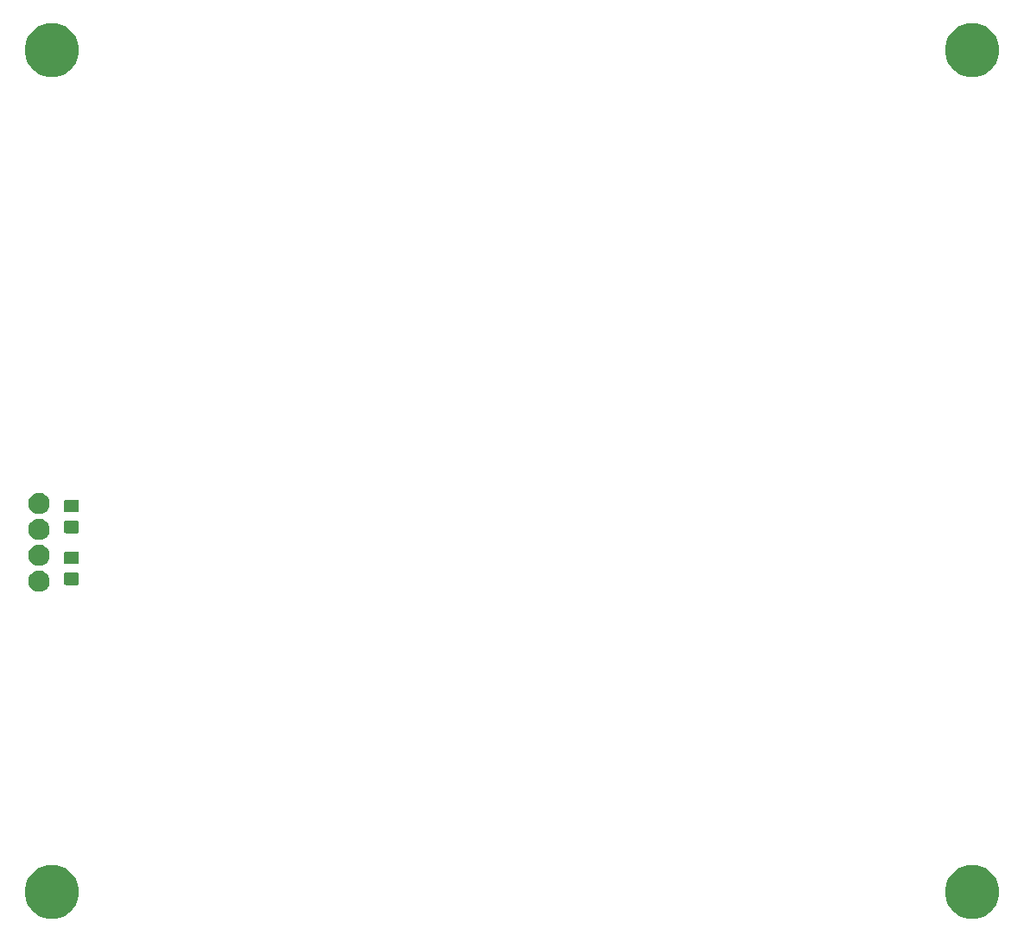
<source format=gbr>
G04 #@! TF.GenerationSoftware,KiCad,Pcbnew,(5.0.2)-1*
G04 #@! TF.CreationDate,2020-06-24T22:28:35-05:00*
G04 #@! TF.ProjectId,ProximityTankTwo_V1,50726f78-696d-4697-9479-54616e6b5477,rev?*
G04 #@! TF.SameCoordinates,Original*
G04 #@! TF.FileFunction,Soldermask,Top*
G04 #@! TF.FilePolarity,Negative*
%FSLAX46Y46*%
G04 Gerber Fmt 4.6, Leading zero omitted, Abs format (unit mm)*
G04 Created by KiCad (PCBNEW (5.0.2)-1) date 6/24/2020 10:28:35 PM*
%MOMM*%
%LPD*%
G01*
G04 APERTURE LIST*
%ADD10C,0.100000*%
G04 APERTURE END LIST*
D10*
G36*
X29006791Y-108508156D02*
X29348212Y-108576069D01*
X29830623Y-108775890D01*
X30264788Y-109065990D01*
X30634010Y-109435212D01*
X30924110Y-109869377D01*
X31123931Y-110351788D01*
X31225800Y-110863920D01*
X31225800Y-111386080D01*
X31123931Y-111898212D01*
X30924110Y-112380623D01*
X30634010Y-112814788D01*
X30264788Y-113184010D01*
X29830623Y-113474110D01*
X29348212Y-113673931D01*
X29006791Y-113741844D01*
X28836081Y-113775800D01*
X28313919Y-113775800D01*
X28143209Y-113741844D01*
X27801788Y-113673931D01*
X27319377Y-113474110D01*
X26885212Y-113184010D01*
X26515990Y-112814788D01*
X26225890Y-112380623D01*
X26026069Y-111898212D01*
X25924200Y-111386080D01*
X25924200Y-110863920D01*
X26026069Y-110351788D01*
X26225890Y-109869377D01*
X26515990Y-109435212D01*
X26885212Y-109065990D01*
X27319377Y-108775890D01*
X27801788Y-108576069D01*
X28143209Y-108508156D01*
X28313919Y-108474200D01*
X28836081Y-108474200D01*
X29006791Y-108508156D01*
X29006791Y-108508156D01*
G37*
G36*
X119176791Y-108508156D02*
X119518212Y-108576069D01*
X120000623Y-108775890D01*
X120434788Y-109065990D01*
X120804010Y-109435212D01*
X121094110Y-109869377D01*
X121293931Y-110351788D01*
X121395800Y-110863920D01*
X121395800Y-111386080D01*
X121293931Y-111898212D01*
X121094110Y-112380623D01*
X120804010Y-112814788D01*
X120434788Y-113184010D01*
X120000623Y-113474110D01*
X119518212Y-113673931D01*
X119176791Y-113741844D01*
X119006081Y-113775800D01*
X118483919Y-113775800D01*
X118313209Y-113741844D01*
X117971788Y-113673931D01*
X117489377Y-113474110D01*
X117055212Y-113184010D01*
X116685990Y-112814788D01*
X116395890Y-112380623D01*
X116196069Y-111898212D01*
X116094200Y-111386080D01*
X116094200Y-110863920D01*
X116196069Y-110351788D01*
X116395890Y-109869377D01*
X116685990Y-109435212D01*
X117055212Y-109065990D01*
X117489377Y-108775890D01*
X117971788Y-108576069D01*
X118313209Y-108508156D01*
X118483919Y-108474200D01*
X119006081Y-108474200D01*
X119176791Y-108508156D01*
X119176791Y-108508156D01*
G37*
G36*
X27608766Y-79643620D02*
X27798286Y-79722122D01*
X27798288Y-79722123D01*
X27968854Y-79836092D01*
X28113908Y-79981146D01*
X28121966Y-79993205D01*
X28227878Y-80151714D01*
X28306380Y-80341234D01*
X28346400Y-80542431D01*
X28346400Y-80747569D01*
X28306380Y-80948766D01*
X28276637Y-81020572D01*
X28227877Y-81138288D01*
X28113908Y-81308854D01*
X27968854Y-81453908D01*
X27798288Y-81567877D01*
X27798287Y-81567878D01*
X27798286Y-81567878D01*
X27608766Y-81646380D01*
X27407569Y-81686400D01*
X27202431Y-81686400D01*
X27001234Y-81646380D01*
X26811714Y-81567878D01*
X26811713Y-81567878D01*
X26811712Y-81567877D01*
X26641146Y-81453908D01*
X26496092Y-81308854D01*
X26382123Y-81138288D01*
X26333363Y-81020572D01*
X26303620Y-80948766D01*
X26263600Y-80747569D01*
X26263600Y-80542431D01*
X26303620Y-80341234D01*
X26382122Y-80151714D01*
X26488035Y-79993205D01*
X26496092Y-79981146D01*
X26641146Y-79836092D01*
X26811712Y-79722123D01*
X26811714Y-79722122D01*
X27001234Y-79643620D01*
X27202431Y-79603600D01*
X27407569Y-79603600D01*
X27608766Y-79643620D01*
X27608766Y-79643620D01*
G37*
G36*
X31034858Y-79779117D02*
X31080466Y-79792952D01*
X31122502Y-79815420D01*
X31159344Y-79845656D01*
X31189580Y-79882498D01*
X31212048Y-79924534D01*
X31225883Y-79970142D01*
X31230800Y-80020064D01*
X31230800Y-80779936D01*
X31225883Y-80829858D01*
X31212048Y-80875466D01*
X31189580Y-80917502D01*
X31159344Y-80954344D01*
X31122502Y-80984580D01*
X31080466Y-81007048D01*
X31034858Y-81020883D01*
X30984936Y-81025800D01*
X29975064Y-81025800D01*
X29925142Y-81020883D01*
X29879534Y-81007048D01*
X29837498Y-80984580D01*
X29800656Y-80954344D01*
X29770420Y-80917502D01*
X29747952Y-80875466D01*
X29734117Y-80829858D01*
X29729200Y-80779936D01*
X29729200Y-80020064D01*
X29734117Y-79970142D01*
X29747952Y-79924534D01*
X29770420Y-79882498D01*
X29800656Y-79845656D01*
X29837498Y-79815420D01*
X29879534Y-79792952D01*
X29925142Y-79779117D01*
X29975064Y-79774200D01*
X30984936Y-79774200D01*
X31034858Y-79779117D01*
X31034858Y-79779117D01*
G37*
G36*
X27608766Y-77103620D02*
X27798286Y-77182122D01*
X27798288Y-77182123D01*
X27968854Y-77296092D01*
X28113907Y-77441145D01*
X28227878Y-77611714D01*
X28304070Y-77795656D01*
X28306380Y-77801235D01*
X28346400Y-78002431D01*
X28346400Y-78207569D01*
X28306380Y-78408765D01*
X28227877Y-78598288D01*
X28113908Y-78768854D01*
X27968854Y-78913908D01*
X27798288Y-79027877D01*
X27798287Y-79027878D01*
X27798286Y-79027878D01*
X27608766Y-79106380D01*
X27407569Y-79146400D01*
X27202431Y-79146400D01*
X27001234Y-79106380D01*
X26811714Y-79027878D01*
X26811713Y-79027878D01*
X26811712Y-79027877D01*
X26641146Y-78913908D01*
X26496092Y-78768854D01*
X26382123Y-78598288D01*
X26303620Y-78408765D01*
X26263600Y-78207569D01*
X26263600Y-78002431D01*
X26303620Y-77801235D01*
X26305931Y-77795656D01*
X26382122Y-77611714D01*
X26496093Y-77441145D01*
X26641146Y-77296092D01*
X26811712Y-77182123D01*
X26811714Y-77182122D01*
X27001234Y-77103620D01*
X27202431Y-77063600D01*
X27407569Y-77063600D01*
X27608766Y-77103620D01*
X27608766Y-77103620D01*
G37*
G36*
X31034858Y-77729117D02*
X31080466Y-77742952D01*
X31122502Y-77765420D01*
X31159344Y-77795656D01*
X31189580Y-77832498D01*
X31212048Y-77874534D01*
X31225883Y-77920142D01*
X31230800Y-77970064D01*
X31230800Y-78729936D01*
X31225883Y-78779858D01*
X31212048Y-78825466D01*
X31189580Y-78867502D01*
X31159344Y-78904344D01*
X31122502Y-78934580D01*
X31080466Y-78957048D01*
X31034858Y-78970883D01*
X30984936Y-78975800D01*
X29975064Y-78975800D01*
X29925142Y-78970883D01*
X29879534Y-78957048D01*
X29837498Y-78934580D01*
X29800656Y-78904344D01*
X29770420Y-78867502D01*
X29747952Y-78825466D01*
X29734117Y-78779858D01*
X29729200Y-78729936D01*
X29729200Y-77970064D01*
X29734117Y-77920142D01*
X29747952Y-77874534D01*
X29770420Y-77832498D01*
X29800656Y-77795656D01*
X29837498Y-77765420D01*
X29879534Y-77742952D01*
X29925142Y-77729117D01*
X29975064Y-77724200D01*
X30984936Y-77724200D01*
X31034858Y-77729117D01*
X31034858Y-77729117D01*
G37*
G36*
X27608766Y-74563620D02*
X27798286Y-74642122D01*
X27798288Y-74642123D01*
X27968854Y-74756092D01*
X28113908Y-74901146D01*
X28121966Y-74913205D01*
X28227878Y-75071714D01*
X28306380Y-75261234D01*
X28346400Y-75462431D01*
X28346400Y-75667569D01*
X28306380Y-75868766D01*
X28276637Y-75940572D01*
X28227877Y-76058288D01*
X28113908Y-76228854D01*
X27968854Y-76373908D01*
X27798288Y-76487877D01*
X27798287Y-76487878D01*
X27798286Y-76487878D01*
X27608766Y-76566380D01*
X27407569Y-76606400D01*
X27202431Y-76606400D01*
X27001234Y-76566380D01*
X26811714Y-76487878D01*
X26811713Y-76487878D01*
X26811712Y-76487877D01*
X26641146Y-76373908D01*
X26496092Y-76228854D01*
X26382123Y-76058288D01*
X26333363Y-75940572D01*
X26303620Y-75868766D01*
X26263600Y-75667569D01*
X26263600Y-75462431D01*
X26303620Y-75261234D01*
X26382122Y-75071714D01*
X26488035Y-74913205D01*
X26496092Y-74901146D01*
X26641146Y-74756092D01*
X26811712Y-74642123D01*
X26811714Y-74642122D01*
X27001234Y-74563620D01*
X27202431Y-74523600D01*
X27407569Y-74523600D01*
X27608766Y-74563620D01*
X27608766Y-74563620D01*
G37*
G36*
X31034858Y-74699117D02*
X31080466Y-74712952D01*
X31122502Y-74735420D01*
X31159344Y-74765656D01*
X31189580Y-74802498D01*
X31212048Y-74844534D01*
X31225883Y-74890142D01*
X31230800Y-74940064D01*
X31230800Y-75699936D01*
X31225883Y-75749858D01*
X31212048Y-75795466D01*
X31189580Y-75837502D01*
X31159344Y-75874344D01*
X31122502Y-75904580D01*
X31080466Y-75927048D01*
X31034858Y-75940883D01*
X30984936Y-75945800D01*
X29975064Y-75945800D01*
X29925142Y-75940883D01*
X29879534Y-75927048D01*
X29837498Y-75904580D01*
X29800656Y-75874344D01*
X29770420Y-75837502D01*
X29747952Y-75795466D01*
X29734117Y-75749858D01*
X29729200Y-75699936D01*
X29729200Y-74940064D01*
X29734117Y-74890142D01*
X29747952Y-74844534D01*
X29770420Y-74802498D01*
X29800656Y-74765656D01*
X29837498Y-74735420D01*
X29879534Y-74712952D01*
X29925142Y-74699117D01*
X29975064Y-74694200D01*
X30984936Y-74694200D01*
X31034858Y-74699117D01*
X31034858Y-74699117D01*
G37*
G36*
X27608766Y-72023620D02*
X27798286Y-72102122D01*
X27798288Y-72102123D01*
X27968854Y-72216092D01*
X28113907Y-72361145D01*
X28227878Y-72531714D01*
X28304070Y-72715656D01*
X28306380Y-72721235D01*
X28346400Y-72922431D01*
X28346400Y-73127569D01*
X28306380Y-73328765D01*
X28227877Y-73518288D01*
X28113908Y-73688854D01*
X27968854Y-73833908D01*
X27798288Y-73947877D01*
X27798287Y-73947878D01*
X27798286Y-73947878D01*
X27608766Y-74026380D01*
X27407569Y-74066400D01*
X27202431Y-74066400D01*
X27001234Y-74026380D01*
X26811714Y-73947878D01*
X26811713Y-73947878D01*
X26811712Y-73947877D01*
X26641146Y-73833908D01*
X26496092Y-73688854D01*
X26382123Y-73518288D01*
X26303620Y-73328765D01*
X26263600Y-73127569D01*
X26263600Y-72922431D01*
X26303620Y-72721235D01*
X26305931Y-72715656D01*
X26382122Y-72531714D01*
X26496093Y-72361145D01*
X26641146Y-72216092D01*
X26811712Y-72102123D01*
X26811714Y-72102122D01*
X27001234Y-72023620D01*
X27202431Y-71983600D01*
X27407569Y-71983600D01*
X27608766Y-72023620D01*
X27608766Y-72023620D01*
G37*
G36*
X31034858Y-72649117D02*
X31080466Y-72662952D01*
X31122502Y-72685420D01*
X31159344Y-72715656D01*
X31189580Y-72752498D01*
X31212048Y-72794534D01*
X31225883Y-72840142D01*
X31230800Y-72890064D01*
X31230800Y-73649936D01*
X31225883Y-73699858D01*
X31212048Y-73745466D01*
X31189580Y-73787502D01*
X31159344Y-73824344D01*
X31122502Y-73854580D01*
X31080466Y-73877048D01*
X31034858Y-73890883D01*
X30984936Y-73895800D01*
X29975064Y-73895800D01*
X29925142Y-73890883D01*
X29879534Y-73877048D01*
X29837498Y-73854580D01*
X29800656Y-73824344D01*
X29770420Y-73787502D01*
X29747952Y-73745466D01*
X29734117Y-73699858D01*
X29729200Y-73649936D01*
X29729200Y-72890064D01*
X29734117Y-72840142D01*
X29747952Y-72794534D01*
X29770420Y-72752498D01*
X29800656Y-72715656D01*
X29837498Y-72685420D01*
X29879534Y-72662952D01*
X29925142Y-72649117D01*
X29975064Y-72644200D01*
X30984936Y-72644200D01*
X31034858Y-72649117D01*
X31034858Y-72649117D01*
G37*
G36*
X119176791Y-25958156D02*
X119518212Y-26026069D01*
X120000623Y-26225890D01*
X120434788Y-26515990D01*
X120804010Y-26885212D01*
X121094110Y-27319377D01*
X121293931Y-27801788D01*
X121395800Y-28313920D01*
X121395800Y-28836080D01*
X121293931Y-29348212D01*
X121094110Y-29830623D01*
X120804010Y-30264788D01*
X120434788Y-30634010D01*
X120000623Y-30924110D01*
X119518212Y-31123931D01*
X119176791Y-31191844D01*
X119006081Y-31225800D01*
X118483919Y-31225800D01*
X118313209Y-31191844D01*
X117971788Y-31123931D01*
X117489377Y-30924110D01*
X117055212Y-30634010D01*
X116685990Y-30264788D01*
X116395890Y-29830623D01*
X116196069Y-29348212D01*
X116094200Y-28836080D01*
X116094200Y-28313920D01*
X116196069Y-27801788D01*
X116395890Y-27319377D01*
X116685990Y-26885212D01*
X117055212Y-26515990D01*
X117489377Y-26225890D01*
X117971788Y-26026069D01*
X118313209Y-25958156D01*
X118483919Y-25924200D01*
X119006081Y-25924200D01*
X119176791Y-25958156D01*
X119176791Y-25958156D01*
G37*
G36*
X29006791Y-25958156D02*
X29348212Y-26026069D01*
X29830623Y-26225890D01*
X30264788Y-26515990D01*
X30634010Y-26885212D01*
X30924110Y-27319377D01*
X31123931Y-27801788D01*
X31225800Y-28313920D01*
X31225800Y-28836080D01*
X31123931Y-29348212D01*
X30924110Y-29830623D01*
X30634010Y-30264788D01*
X30264788Y-30634010D01*
X29830623Y-30924110D01*
X29348212Y-31123931D01*
X29006791Y-31191844D01*
X28836081Y-31225800D01*
X28313919Y-31225800D01*
X28143209Y-31191844D01*
X27801788Y-31123931D01*
X27319377Y-30924110D01*
X26885212Y-30634010D01*
X26515990Y-30264788D01*
X26225890Y-29830623D01*
X26026069Y-29348212D01*
X25924200Y-28836080D01*
X25924200Y-28313920D01*
X26026069Y-27801788D01*
X26225890Y-27319377D01*
X26515990Y-26885212D01*
X26885212Y-26515990D01*
X27319377Y-26225890D01*
X27801788Y-26026069D01*
X28143209Y-25958156D01*
X28313919Y-25924200D01*
X28836081Y-25924200D01*
X29006791Y-25958156D01*
X29006791Y-25958156D01*
G37*
M02*

</source>
